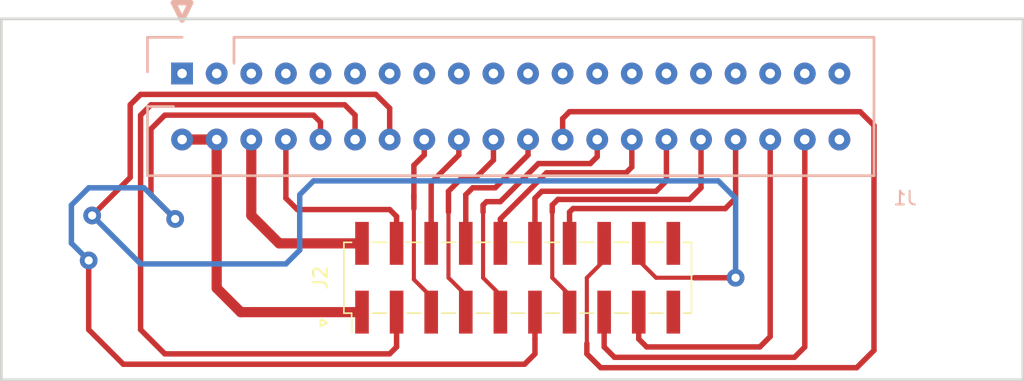
<source format=kicad_pcb>
(kicad_pcb (version 20171130) (host pcbnew 5.1.5-52549c5~84~ubuntu18.04.1)

  (general
    (thickness 1.6)
    (drawings 7)
    (tracks 141)
    (zones 0)
    (modules 2)
    (nets 19)
  )

  (page A4)
  (title_block
    (title "Carte Connecteur")
    (date 2020-03-09)
    (rev 1.0)
    (company "INSA GEI")
  )

  (layers
    (0 F.Cu signal)
    (31 B.Cu signal)
    (32 B.Adhes user)
    (33 F.Adhes user)
    (34 B.Paste user)
    (35 F.Paste user)
    (36 B.SilkS user)
    (37 F.SilkS user)
    (38 B.Mask user)
    (39 F.Mask user)
    (40 Dwgs.User user)
    (41 Cmts.User user)
    (42 Eco1.User user)
    (43 Eco2.User user)
    (44 Edge.Cuts user)
    (45 Margin user)
    (46 B.CrtYd user)
    (47 F.CrtYd user)
    (48 B.Fab user hide)
    (49 F.Fab user hide)
  )

  (setup
    (last_trace_width 0.4)
    (user_trace_width 0.3)
    (user_trace_width 0.4)
    (user_trace_width 0.5)
    (user_trace_width 0.75)
    (trace_clearance 0.2)
    (zone_clearance 0.508)
    (zone_45_only no)
    (trace_min 0.2)
    (via_size 0.8)
    (via_drill 0.4)
    (via_min_size 0.4)
    (via_min_drill 0.3)
    (user_via 1.3 0.6)
    (uvia_size 0.3)
    (uvia_drill 0.1)
    (uvias_allowed no)
    (uvia_min_size 0.2)
    (uvia_min_drill 0.1)
    (edge_width 0.05)
    (segment_width 0.2)
    (pcb_text_width 0.3)
    (pcb_text_size 1.5 1.5)
    (mod_edge_width 0.12)
    (mod_text_size 1 1)
    (mod_text_width 0.15)
    (pad_size 1.524 1.524)
    (pad_drill 0.762)
    (pad_to_mask_clearance 0.051)
    (solder_mask_min_width 0.25)
    (aux_axis_origin 0 0)
    (visible_elements FFFFFF7F)
    (pcbplotparams
      (layerselection 0x010fc_ffffffff)
      (usegerberextensions false)
      (usegerberattributes false)
      (usegerberadvancedattributes false)
      (creategerberjobfile false)
      (excludeedgelayer true)
      (linewidth 0.100000)
      (plotframeref false)
      (viasonmask false)
      (mode 1)
      (useauxorigin false)
      (hpglpennumber 1)
      (hpglpenspeed 20)
      (hpglpendiameter 15.000000)
      (psnegative false)
      (psa4output false)
      (plotreference true)
      (plotvalue true)
      (plotinvisibletext false)
      (padsonsilk false)
      (subtractmaskfromsilk false)
      (outputformat 1)
      (mirror false)
      (drillshape 1)
      (scaleselection 1)
      (outputdirectory ""))
  )

  (net 0 "")
  (net 1 +3V3)
  (net 2 GND)
  (net 3 /DETECTION_CARTE)
  (net 4 /PLATEAU_PWM)
  (net 5 /PLATEAU_DIR)
  (net 6 /SERVO_PWM)
  (net 7 /GIROUETTE_PHA)
  (net 8 /GIROUETTE_PHB)
  (net 9 /GIROUETTE_INDEX)
  (net 10 /CAPTEUR_I2C_SDA)
  (net 11 /CAPTEUR_I2C_SCL)
  (net 12 /XBEE_UART_TX)
  (net 13 /XBEE_UART_RX)
  (net 14 /TENSION_BATTERIE)
  (net 15 /CAPTEUR_SPI_CLK)
  (net 16 /CAPTEUR_SPI_CS)
  (net 17 /CAPTEUR_SPI_MOSI)
  (net 18 /CAPTEUR_SPI_MISO)

  (net_class Default "This is the default net class."
    (clearance 0.2)
    (trace_width 0.25)
    (via_dia 0.8)
    (via_drill 0.4)
    (uvia_dia 0.3)
    (uvia_drill 0.1)
    (add_net +3V3)
    (add_net /CAPTEUR_I2C_SCL)
    (add_net /CAPTEUR_I2C_SDA)
    (add_net /CAPTEUR_SPI_CLK)
    (add_net /CAPTEUR_SPI_CS)
    (add_net /CAPTEUR_SPI_MISO)
    (add_net /CAPTEUR_SPI_MOSI)
    (add_net /DETECTION_CARTE)
    (add_net /GIROUETTE_INDEX)
    (add_net /GIROUETTE_PHA)
    (add_net /GIROUETTE_PHB)
    (add_net /PLATEAU_DIR)
    (add_net /PLATEAU_PWM)
    (add_net /SERVO_PWM)
    (add_net /TENSION_BATTERIE)
    (add_net /XBEE_UART_RX)
    (add_net /XBEE_UART_TX)
    (add_net GND)
    (add_net "Net-(J1-Pad1)")
    (add_net "Net-(J1-Pad11)")
    (add_net "Net-(J1-Pad13)")
    (add_net "Net-(J1-Pad15)")
    (add_net "Net-(J1-Pad17)")
    (add_net "Net-(J1-Pad19)")
    (add_net "Net-(J1-Pad21)")
    (add_net "Net-(J1-Pad23)")
    (add_net "Net-(J1-Pad25)")
    (add_net "Net-(J1-Pad27)")
    (add_net "Net-(J1-Pad29)")
    (add_net "Net-(J1-Pad3)")
    (add_net "Net-(J1-Pad31)")
    (add_net "Net-(J1-Pad33)")
    (add_net "Net-(J1-Pad35)")
    (add_net "Net-(J1-Pad37)")
    (add_net "Net-(J1-Pad39)")
    (add_net "Net-(J1-Pad40)")
    (add_net "Net-(J1-Pad5)")
    (add_net "Net-(J1-Pad7)")
    (add_net "Net-(J1-Pad9)")
    (add_net "Net-(J2-Pad19)")
    (add_net "Net-(J2-Pad20)")
  )

  (module Connector_PinHeader_2.54mm:PinHeader_2x10_P2.54mm_Vertical_SMD locked (layer F.Cu) (tedit 59FED5CC) (tstamp 5E6749E3)
    (at 152.908 127.508 90)
    (descr "surface-mounted straight pin header, 2x10, 2.54mm pitch, double rows")
    (tags "Surface mounted pin header SMD 2x10 2.54mm double row")
    (path /5E66B29F)
    (attr smd)
    (fp_text reference J2 (at 0 -14.478 90) (layer F.SilkS)
      (effects (font (size 1 1) (thickness 0.15)))
    )
    (fp_text value Conn_02x10_Odd_Even (at 0 13.76 90) (layer F.Fab)
      (effects (font (size 1 1) (thickness 0.15)))
    )
    (fp_text user %R (at 0 0) (layer F.Fab)
      (effects (font (size 1 1) (thickness 0.15)))
    )
    (fp_line (start 5.9 -13.2) (end -5.9 -13.2) (layer F.CrtYd) (width 0.05))
    (fp_line (start 5.9 13.2) (end 5.9 -13.2) (layer F.CrtYd) (width 0.05))
    (fp_line (start -5.9 13.2) (end 5.9 13.2) (layer F.CrtYd) (width 0.05))
    (fp_line (start -5.9 -13.2) (end -5.9 13.2) (layer F.CrtYd) (width 0.05))
    (fp_line (start 2.6 9.65) (end 2.6 10.67) (layer F.SilkS) (width 0.12))
    (fp_line (start -2.6 9.65) (end -2.6 10.67) (layer F.SilkS) (width 0.12))
    (fp_line (start 2.6 7.11) (end 2.6 8.13) (layer F.SilkS) (width 0.12))
    (fp_line (start -2.6 7.11) (end -2.6 8.13) (layer F.SilkS) (width 0.12))
    (fp_line (start 2.6 4.57) (end 2.6 5.59) (layer F.SilkS) (width 0.12))
    (fp_line (start -2.6 4.57) (end -2.6 5.59) (layer F.SilkS) (width 0.12))
    (fp_line (start 2.6 2.03) (end 2.6 3.05) (layer F.SilkS) (width 0.12))
    (fp_line (start -2.6 2.03) (end -2.6 3.05) (layer F.SilkS) (width 0.12))
    (fp_line (start 2.6 -0.51) (end 2.6 0.51) (layer F.SilkS) (width 0.12))
    (fp_line (start -2.6 -0.51) (end -2.6 0.51) (layer F.SilkS) (width 0.12))
    (fp_line (start 2.6 -3.05) (end 2.6 -2.03) (layer F.SilkS) (width 0.12))
    (fp_line (start -2.6 -3.05) (end -2.6 -2.03) (layer F.SilkS) (width 0.12))
    (fp_line (start 2.6 -5.59) (end 2.6 -4.57) (layer F.SilkS) (width 0.12))
    (fp_line (start -2.6 -5.59) (end -2.6 -4.57) (layer F.SilkS) (width 0.12))
    (fp_line (start 2.6 -8.13) (end 2.6 -7.11) (layer F.SilkS) (width 0.12))
    (fp_line (start -2.6 -8.13) (end -2.6 -7.11) (layer F.SilkS) (width 0.12))
    (fp_line (start 2.6 -10.67) (end 2.6 -9.65) (layer F.SilkS) (width 0.12))
    (fp_line (start -2.6 -10.67) (end -2.6 -9.65) (layer F.SilkS) (width 0.12))
    (fp_line (start 2.6 12.19) (end 2.6 12.76) (layer F.SilkS) (width 0.12))
    (fp_line (start -2.6 12.19) (end -2.6 12.76) (layer F.SilkS) (width 0.12))
    (fp_line (start 2.6 -12.76) (end 2.6 -12.19) (layer F.SilkS) (width 0.12))
    (fp_line (start -2.6 -12.76) (end -2.6 -12.19) (layer F.SilkS) (width 0.12))
    (fp_line (start -4.04 -12.19) (end -2.6 -12.19) (layer F.SilkS) (width 0.12))
    (fp_line (start -2.6 12.76) (end 2.6 12.76) (layer F.SilkS) (width 0.12))
    (fp_line (start -2.6 -12.76) (end 2.6 -12.76) (layer F.SilkS) (width 0.12))
    (fp_line (start 3.6 11.75) (end 2.54 11.75) (layer F.Fab) (width 0.1))
    (fp_line (start 3.6 11.11) (end 3.6 11.75) (layer F.Fab) (width 0.1))
    (fp_line (start 2.54 11.11) (end 3.6 11.11) (layer F.Fab) (width 0.1))
    (fp_line (start -3.6 11.75) (end -2.54 11.75) (layer F.Fab) (width 0.1))
    (fp_line (start -3.6 11.11) (end -3.6 11.75) (layer F.Fab) (width 0.1))
    (fp_line (start -2.54 11.11) (end -3.6 11.11) (layer F.Fab) (width 0.1))
    (fp_line (start 3.6 9.21) (end 2.54 9.21) (layer F.Fab) (width 0.1))
    (fp_line (start 3.6 8.57) (end 3.6 9.21) (layer F.Fab) (width 0.1))
    (fp_line (start 2.54 8.57) (end 3.6 8.57) (layer F.Fab) (width 0.1))
    (fp_line (start -3.6 9.21) (end -2.54 9.21) (layer F.Fab) (width 0.1))
    (fp_line (start -3.6 8.57) (end -3.6 9.21) (layer F.Fab) (width 0.1))
    (fp_line (start -2.54 8.57) (end -3.6 8.57) (layer F.Fab) (width 0.1))
    (fp_line (start 3.6 6.67) (end 2.54 6.67) (layer F.Fab) (width 0.1))
    (fp_line (start 3.6 6.03) (end 3.6 6.67) (layer F.Fab) (width 0.1))
    (fp_line (start 2.54 6.03) (end 3.6 6.03) (layer F.Fab) (width 0.1))
    (fp_line (start -3.6 6.67) (end -2.54 6.67) (layer F.Fab) (width 0.1))
    (fp_line (start -3.6 6.03) (end -3.6 6.67) (layer F.Fab) (width 0.1))
    (fp_line (start -2.54 6.03) (end -3.6 6.03) (layer F.Fab) (width 0.1))
    (fp_line (start 3.6 4.13) (end 2.54 4.13) (layer F.Fab) (width 0.1))
    (fp_line (start 3.6 3.49) (end 3.6 4.13) (layer F.Fab) (width 0.1))
    (fp_line (start 2.54 3.49) (end 3.6 3.49) (layer F.Fab) (width 0.1))
    (fp_line (start -3.6 4.13) (end -2.54 4.13) (layer F.Fab) (width 0.1))
    (fp_line (start -3.6 3.49) (end -3.6 4.13) (layer F.Fab) (width 0.1))
    (fp_line (start -2.54 3.49) (end -3.6 3.49) (layer F.Fab) (width 0.1))
    (fp_line (start 3.6 1.59) (end 2.54 1.59) (layer F.Fab) (width 0.1))
    (fp_line (start 3.6 0.95) (end 3.6 1.59) (layer F.Fab) (width 0.1))
    (fp_line (start 2.54 0.95) (end 3.6 0.95) (layer F.Fab) (width 0.1))
    (fp_line (start -3.6 1.59) (end -2.54 1.59) (layer F.Fab) (width 0.1))
    (fp_line (start -3.6 0.95) (end -3.6 1.59) (layer F.Fab) (width 0.1))
    (fp_line (start -2.54 0.95) (end -3.6 0.95) (layer F.Fab) (width 0.1))
    (fp_line (start 3.6 -0.95) (end 2.54 -0.95) (layer F.Fab) (width 0.1))
    (fp_line (start 3.6 -1.59) (end 3.6 -0.95) (layer F.Fab) (width 0.1))
    (fp_line (start 2.54 -1.59) (end 3.6 -1.59) (layer F.Fab) (width 0.1))
    (fp_line (start -3.6 -0.95) (end -2.54 -0.95) (layer F.Fab) (width 0.1))
    (fp_line (start -3.6 -1.59) (end -3.6 -0.95) (layer F.Fab) (width 0.1))
    (fp_line (start -2.54 -1.59) (end -3.6 -1.59) (layer F.Fab) (width 0.1))
    (fp_line (start 3.6 -3.49) (end 2.54 -3.49) (layer F.Fab) (width 0.1))
    (fp_line (start 3.6 -4.13) (end 3.6 -3.49) (layer F.Fab) (width 0.1))
    (fp_line (start 2.54 -4.13) (end 3.6 -4.13) (layer F.Fab) (width 0.1))
    (fp_line (start -3.6 -3.49) (end -2.54 -3.49) (layer F.Fab) (width 0.1))
    (fp_line (start -3.6 -4.13) (end -3.6 -3.49) (layer F.Fab) (width 0.1))
    (fp_line (start -2.54 -4.13) (end -3.6 -4.13) (layer F.Fab) (width 0.1))
    (fp_line (start 3.6 -6.03) (end 2.54 -6.03) (layer F.Fab) (width 0.1))
    (fp_line (start 3.6 -6.67) (end 3.6 -6.03) (layer F.Fab) (width 0.1))
    (fp_line (start 2.54 -6.67) (end 3.6 -6.67) (layer F.Fab) (width 0.1))
    (fp_line (start -3.6 -6.03) (end -2.54 -6.03) (layer F.Fab) (width 0.1))
    (fp_line (start -3.6 -6.67) (end -3.6 -6.03) (layer F.Fab) (width 0.1))
    (fp_line (start -2.54 -6.67) (end -3.6 -6.67) (layer F.Fab) (width 0.1))
    (fp_line (start 3.6 -8.57) (end 2.54 -8.57) (layer F.Fab) (width 0.1))
    (fp_line (start 3.6 -9.21) (end 3.6 -8.57) (layer F.Fab) (width 0.1))
    (fp_line (start 2.54 -9.21) (end 3.6 -9.21) (layer F.Fab) (width 0.1))
    (fp_line (start -3.6 -8.57) (end -2.54 -8.57) (layer F.Fab) (width 0.1))
    (fp_line (start -3.6 -9.21) (end -3.6 -8.57) (layer F.Fab) (width 0.1))
    (fp_line (start -2.54 -9.21) (end -3.6 -9.21) (layer F.Fab) (width 0.1))
    (fp_line (start 3.6 -11.11) (end 2.54 -11.11) (layer F.Fab) (width 0.1))
    (fp_line (start 3.6 -11.75) (end 3.6 -11.11) (layer F.Fab) (width 0.1))
    (fp_line (start 2.54 -11.75) (end 3.6 -11.75) (layer F.Fab) (width 0.1))
    (fp_line (start -3.6 -11.11) (end -2.54 -11.11) (layer F.Fab) (width 0.1))
    (fp_line (start -3.6 -11.75) (end -3.6 -11.11) (layer F.Fab) (width 0.1))
    (fp_line (start -2.54 -11.75) (end -3.6 -11.75) (layer F.Fab) (width 0.1))
    (fp_line (start 2.54 -12.7) (end 2.54 12.7) (layer F.Fab) (width 0.1))
    (fp_line (start -2.54 -11.75) (end -1.59 -12.7) (layer F.Fab) (width 0.1))
    (fp_line (start -2.54 12.7) (end -2.54 -11.75) (layer F.Fab) (width 0.1))
    (fp_line (start -1.59 -12.7) (end 2.54 -12.7) (layer F.Fab) (width 0.1))
    (fp_line (start 2.54 12.7) (end -2.54 12.7) (layer F.Fab) (width 0.1))
    (pad 20 smd rect (at 2.525 11.43 90) (size 3.15 1) (layers F.Cu F.Paste F.Mask))
    (pad 19 smd rect (at -2.525 11.43 90) (size 3.15 1) (layers F.Cu F.Paste F.Mask))
    (pad 18 smd rect (at 2.525 8.89 90) (size 3.15 1) (layers F.Cu F.Paste F.Mask)
      (net 16 /CAPTEUR_SPI_CS))
    (pad 17 smd rect (at -2.525 8.89 90) (size 3.15 1) (layers F.Cu F.Paste F.Mask)
      (net 3 /DETECTION_CARTE))
    (pad 16 smd rect (at 2.525 6.35 90) (size 3.15 1) (layers F.Cu F.Paste F.Mask)
      (net 13 /XBEE_UART_RX))
    (pad 15 smd rect (at -2.525 6.35 90) (size 3.15 1) (layers F.Cu F.Paste F.Mask)
      (net 14 /TENSION_BATTERIE))
    (pad 14 smd rect (at 2.525 3.81 90) (size 3.15 1) (layers F.Cu F.Paste F.Mask)
      (net 9 /GIROUETTE_INDEX))
    (pad 13 smd rect (at -2.525 3.81 90) (size 3.15 1) (layers F.Cu F.Paste F.Mask)
      (net 7 /GIROUETTE_PHA))
    (pad 12 smd rect (at 2.525 1.27 90) (size 3.15 1) (layers F.Cu F.Paste F.Mask)
      (net 8 /GIROUETTE_PHB))
    (pad 11 smd rect (at -2.525 1.27 90) (size 3.15 1) (layers F.Cu F.Paste F.Mask)
      (net 18 /CAPTEUR_SPI_MISO))
    (pad 10 smd rect (at 2.525 -1.27 90) (size 3.15 1) (layers F.Cu F.Paste F.Mask)
      (net 10 /CAPTEUR_I2C_SDA))
    (pad 9 smd rect (at -2.525 -1.27 90) (size 3.15 1) (layers F.Cu F.Paste F.Mask)
      (net 11 /CAPTEUR_I2C_SCL))
    (pad 8 smd rect (at 2.525 -3.81 90) (size 3.15 1) (layers F.Cu F.Paste F.Mask)
      (net 12 /XBEE_UART_TX))
    (pad 7 smd rect (at -2.525 -3.81 90) (size 3.15 1) (layers F.Cu F.Paste F.Mask)
      (net 4 /PLATEAU_PWM))
    (pad 6 smd rect (at 2.525 -6.35 90) (size 3.15 1) (layers F.Cu F.Paste F.Mask)
      (net 6 /SERVO_PWM))
    (pad 5 smd rect (at -2.525 -6.35 90) (size 3.15 1) (layers F.Cu F.Paste F.Mask)
      (net 5 /PLATEAU_DIR))
    (pad 4 smd rect (at 2.525 -8.89 90) (size 3.15 1) (layers F.Cu F.Paste F.Mask)
      (net 17 /CAPTEUR_SPI_MOSI))
    (pad 3 smd rect (at -2.525 -8.89 90) (size 3.15 1) (layers F.Cu F.Paste F.Mask)
      (net 15 /CAPTEUR_SPI_CLK))
    (pad 2 smd rect (at 2.525 -11.43 90) (size 3.15 1) (layers F.Cu F.Paste F.Mask)
      (net 1 +3V3))
    (pad 1 smd rect (at -2.525 -11.43 90) (size 3.15 1) (layers F.Cu F.Paste F.Mask)
      (net 2 GND))
    (model ${KISYS3DMOD}/Connector_PinHeader_2.54mm.3dshapes/PinHeader_2x10_P2.54mm_Vertical_SMD.wrl
      (at (xyz 0 0 0))
      (scale (xyz 1 1 1))
      (rotate (xyz 0 0 0))
    )
  )

  (module Insa:5-5530843-4 locked (layer B.Cu) (tedit 5E66456F) (tstamp 5E66AFDD)
    (at 146.05 114.935)
    (descr "TE 5-5530843-4 Connector")
    (path /5E67A710)
    (fp_text reference J1 (at 35.306 6.731) (layer B.SilkS)
      (effects (font (size 1 1) (thickness 0.15)) (justify mirror))
    )
    (fp_text value Conn_02x20_Odd_Even (at 0 -8.45) (layer B.Fab)
      (effects (font (size 1 1) (thickness 0.15)) (justify mirror))
    )
    (fp_line (start -22.35 4.675) (end 35.04 4.675) (layer B.CrtYd) (width 0.12))
    (fp_line (start 35.04 4.675) (end 35.04 -4.675) (layer B.CrtYd) (width 0.12))
    (fp_line (start 35.04 -4.675) (end -22.35 -4.675) (layer B.CrtYd) (width 0.12))
    (fp_line (start -22.35 -4.675) (end -22.35 4.675) (layer B.CrtYd) (width 0.12))
    (fp_line (start 35.04 3.81) (end 42.355 3.81) (layer B.CrtYd) (width 0.12))
    (fp_line (start 42.355 3.81) (end 42.355 -3.81) (layer B.CrtYd) (width 0.12))
    (fp_line (start 35.04 -3.81) (end 42.355 -3.81) (layer B.CrtYd) (width 0.12))
    (fp_line (start -22.35 3.81) (end -29.655 3.81) (layer B.CrtYd) (width 0.12))
    (fp_line (start -29.655 3.81) (end -29.655 -3.81) (layer B.CrtYd) (width 0.12))
    (fp_line (start -29.655 -3.81) (end -22.35 -3.81) (layer B.CrtYd) (width 0.12))
    (fp_line (start -20.32 2.54) (end -20.32 5.08) (layer B.SilkS) (width 0.2))
    (fp_line (start -20.32 5.08) (end 33.02 5.08) (layer B.SilkS) (width 0.2))
    (fp_line (start 33.02 5.08) (end 33.02 -5.08) (layer B.SilkS) (width 0.2))
    (fp_line (start 33.02 -5.08) (end -12.7 -5.08) (layer B.SilkS) (width 0.2))
    (fp_line (start -17.78 -5.08) (end -20.32 -5.08) (layer B.SilkS) (width 0.2))
    (fp_line (start -20.32 -5.08) (end -20.32 -2.54) (layer B.SilkS) (width 0.2))
    (fp_line (start -13.97 -5.08) (end -13.97 -3.81) (layer B.SilkS) (width 0.2))
    (fp_line (start -20.32 2.54) (end -20.32 0.635) (layer B.SilkS) (width 0.2))
    (fp_line (start -20.32 0) (end -18.415 0) (layer B.SilkS) (width 0.2))
    (fp_line (start -13.97 -3.81) (end -13.97 -3.175) (layer B.SilkS) (width 0.2))
    (fp_line (start -13.97 -5.08) (end -12.7 -5.08) (layer B.SilkS) (width 0.2))
    (fp_line (start -17.78 -6.35) (end -18.415 -7.62) (layer B.SilkS) (width 0.4))
    (fp_line (start -18.415 -7.62) (end -17.145 -7.62) (layer B.SilkS) (width 0.4))
    (fp_line (start -17.145 -7.62) (end -17.78 -6.35) (layer B.SilkS) (width 0.4))
    (fp_line (start -20.32 0.635) (end -20.32 0) (layer B.SilkS) (width 0.2))
    (pad 1 thru_hole rect (at -17.78 -2.425) (size 1.6 1.6) (drill 0.7) (layers *.Cu *.Mask))
    (pad 2 thru_hole circle (at -17.78 2.425) (size 1.6 1.6) (drill 0.7) (layers *.Cu *.Mask)
      (net 2 GND))
    (pad 3 thru_hole circle (at -15.24 -2.425) (size 1.6 1.6) (drill 0.7) (layers *.Cu *.Mask))
    (pad 4 thru_hole circle (at -15.24 2.425) (size 1.6 1.6) (drill 0.7) (layers *.Cu *.Mask)
      (net 2 GND))
    (pad 5 thru_hole circle (at -12.7 -2.425) (size 1.6 1.6) (drill 0.7) (layers *.Cu *.Mask))
    (pad 6 thru_hole circle (at -12.7 2.425) (size 1.6 1.6) (drill 0.7) (layers *.Cu *.Mask)
      (net 1 +3V3))
    (pad 7 thru_hole circle (at -10.16 -2.425) (size 1.6 1.6) (drill 0.7) (layers *.Cu *.Mask))
    (pad 8 thru_hole circle (at -10.16 2.425) (size 1.6 1.6) (drill 0.7) (layers *.Cu *.Mask)
      (net 17 /CAPTEUR_SPI_MOSI))
    (pad 9 thru_hole circle (at -7.62 -2.425) (size 1.6 1.6) (drill 0.7) (layers *.Cu *.Mask))
    (pad 10 thru_hole circle (at -7.62 2.425) (size 1.6 1.6) (drill 0.7) (layers *.Cu *.Mask)
      (net 18 /CAPTEUR_SPI_MISO))
    (pad 11 thru_hole circle (at -5.08 -2.425) (size 1.6 1.6) (drill 0.7) (layers *.Cu *.Mask))
    (pad 12 thru_hole circle (at -5.08 2.425) (size 1.6 1.6) (drill 0.7) (layers *.Cu *.Mask)
      (net 15 /CAPTEUR_SPI_CLK))
    (pad 13 thru_hole circle (at -2.54 -2.425) (size 1.6 1.6) (drill 0.7) (layers *.Cu *.Mask))
    (pad 14 thru_hole circle (at -2.54 2.425) (size 1.6 1.6) (drill 0.7) (layers *.Cu *.Mask)
      (net 16 /CAPTEUR_SPI_CS))
    (pad 15 thru_hole circle (at 0 -2.425) (size 1.6 1.6) (drill 0.7) (layers *.Cu *.Mask))
    (pad 16 thru_hole circle (at 0 2.425) (size 1.6 1.6) (drill 0.7) (layers *.Cu *.Mask)
      (net 5 /PLATEAU_DIR))
    (pad 17 thru_hole circle (at 2.54 -2.425) (size 1.6 1.6) (drill 0.7) (layers *.Cu *.Mask))
    (pad 18 thru_hole circle (at 2.54 2.425) (size 1.6 1.6) (drill 0.7) (layers *.Cu *.Mask)
      (net 6 /SERVO_PWM))
    (pad 19 thru_hole circle (at 5.08 -2.425) (size 1.6 1.6) (drill 0.7) (layers *.Cu *.Mask))
    (pad 20 thru_hole circle (at 5.08 2.425) (size 1.6 1.6) (drill 0.7) (layers *.Cu *.Mask)
      (net 4 /PLATEAU_PWM))
    (pad 21 thru_hole circle (at 7.62 -2.425) (size 1.6 1.6) (drill 0.7) (layers *.Cu *.Mask))
    (pad 22 thru_hole circle (at 7.62 2.425) (size 1.6 1.6) (drill 0.7) (layers *.Cu *.Mask)
      (net 12 /XBEE_UART_TX))
    (pad 23 thru_hole circle (at 10.16 -2.425) (size 1.6 1.6) (drill 0.7) (layers *.Cu *.Mask))
    (pad 24 thru_hole circle (at 10.16 2.425) (size 1.6 1.6) (drill 0.7) (layers *.Cu *.Mask)
      (net 13 /XBEE_UART_RX))
    (pad 25 thru_hole circle (at 12.7 -2.425) (size 1.6 1.6) (drill 0.7) (layers *.Cu *.Mask))
    (pad 26 thru_hole circle (at 12.7 2.425) (size 1.6 1.6) (drill 0.7) (layers *.Cu *.Mask)
      (net 11 /CAPTEUR_I2C_SCL))
    (pad 27 thru_hole circle (at 15.24 -2.425) (size 1.6 1.6) (drill 0.7) (layers *.Cu *.Mask))
    (pad 28 thru_hole circle (at 15.24 2.425) (size 1.6 1.6) (drill 0.7) (layers *.Cu *.Mask)
      (net 10 /CAPTEUR_I2C_SDA))
    (pad 29 thru_hole circle (at 17.78 -2.425) (size 1.6 1.6) (drill 0.7) (layers *.Cu *.Mask))
    (pad 30 thru_hole circle (at 17.78 2.425) (size 1.6 1.6) (drill 0.7) (layers *.Cu *.Mask)
      (net 8 /GIROUETTE_PHB))
    (pad "" np_thru_hole circle (at 39.05 0) (size 3.25 3.25) (drill 3.25) (layers *.Cu *.Mask))
    (pad "" np_thru_hole circle (at -26.35 0) (size 3.25 3.25) (drill 3.25) (layers *.Cu *.Mask))
    (pad 40 thru_hole circle (at 30.48 2.425) (size 1.6 1.6) (drill 0.7) (layers *.Cu *.Mask))
    (pad 39 thru_hole circle (at 30.48 -2.425) (size 1.6 1.6) (drill 0.7) (layers *.Cu *.Mask))
    (pad 36 thru_hole circle (at 25.4 2.425) (size 1.6 1.6) (drill 0.7) (layers *.Cu *.Mask)
      (net 3 /DETECTION_CARTE))
    (pad 35 thru_hole circle (at 25.4 -2.425) (size 1.6 1.6) (drill 0.7) (layers *.Cu *.Mask))
    (pad 38 thru_hole circle (at 27.94 2.425) (size 1.6 1.6) (drill 0.7) (layers *.Cu *.Mask)
      (net 14 /TENSION_BATTERIE))
    (pad 37 thru_hole circle (at 27.94 -2.425) (size 1.6 1.6) (drill 0.7) (layers *.Cu *.Mask))
    (pad 32 thru_hole circle (at 20.32 2.425) (size 1.6 1.6) (drill 0.7) (layers *.Cu *.Mask)
      (net 7 /GIROUETTE_PHA))
    (pad 31 thru_hole circle (at 20.32 -2.425) (size 1.6 1.6) (drill 0.7) (layers *.Cu *.Mask))
    (pad 34 thru_hole circle (at 22.86 2.425) (size 1.6 1.6) (drill 0.7) (layers *.Cu *.Mask)
      (net 9 /GIROUETTE_INDEX))
    (pad 33 thru_hole circle (at 22.86 -2.425) (size 1.6 1.6) (drill 0.7) (layers *.Cu *.Mask))
  )

  (gr_line (start 138.43 131.064) (end 138.938 130.81) (layer F.SilkS) (width 0.12) (tstamp 5E676638))
  (gr_line (start 138.43 130.556) (end 138.43 131.064) (layer F.SilkS) (width 0.12))
  (gr_line (start 138.938 130.81) (end 138.43 130.556) (layer F.SilkS) (width 0.12))
  (gr_line (start 115 135) (end 115 108.5) (layer Edge.Cuts) (width 0.2) (tstamp 5E66BAB6))
  (gr_line (start 190 135) (end 115 135) (layer Edge.Cuts) (width 0.2))
  (gr_line (start 190 108.5) (end 190 135) (layer Edge.Cuts) (width 0.2))
  (gr_line (start 115 108.5) (end 190 108.5) (layer Edge.Cuts) (width 0.2))

  (segment (start 133.35 122.936) (end 133.35 117.36) (width 0.75) (layer F.Cu) (net 1))
  (segment (start 141.478 124.983) (end 135.397 124.983) (width 0.75) (layer F.Cu) (net 1))
  (segment (start 135.397 124.983) (end 133.35 122.936) (width 0.75) (layer F.Cu) (net 1))
  (segment (start 130.81 117.36) (end 128.27 117.36) (width 0.75) (layer F.Cu) (net 2))
  (segment (start 141.478 130.033) (end 132.573 130.033) (width 0.75) (layer F.Cu) (net 2))
  (segment (start 130.81 128.27) (end 130.81 117.36) (width 0.75) (layer F.Cu) (net 2))
  (segment (start 132.573 130.033) (end 130.81 128.27) (width 0.75) (layer F.Cu) (net 2))
  (segment (start 171.45 131.826) (end 171.45 117.36) (width 0.4) (layer F.Cu) (net 3))
  (segment (start 170.688 132.588) (end 171.45 131.826) (width 0.4) (layer F.Cu) (net 3))
  (segment (start 161.798 130.033) (end 161.798 132.008) (width 0.4) (layer F.Cu) (net 3))
  (segment (start 162.378 132.588) (end 170.688 132.588) (width 0.4) (layer F.Cu) (net 3))
  (segment (start 161.798 132.008) (end 162.378 132.588) (width 0.4) (layer F.Cu) (net 3))
  (segment (start 149.098 130.033) (end 149.098 128.778) (width 0.3) (layer F.Cu) (net 4))
  (segment (start 147.828 127.508) (end 147.828 122.682) (width 0.3) (layer F.Cu) (net 4))
  (segment (start 149.098 128.778) (end 147.828 127.508) (width 0.3) (layer F.Cu) (net 4))
  (segment (start 147.828 121.158) (end 147.828 122.682) (width 0.4) (layer F.Cu) (net 4))
  (segment (start 148.844 120.142) (end 147.828 121.158) (width 0.4) (layer F.Cu) (net 4))
  (segment (start 149.86 120.142) (end 148.844 120.142) (width 0.4) (layer F.Cu) (net 4))
  (segment (start 151.13 117.36) (end 151.13 118.872) (width 0.4) (layer F.Cu) (net 4))
  (segment (start 151.13 118.872) (end 149.86 120.142) (width 0.4) (layer F.Cu) (net 4))
  (segment (start 145.288 127.635) (end 145.288 122.428) (width 0.3) (layer F.Cu) (net 5))
  (segment (start 146.558 130.033) (end 146.558 128.905) (width 0.3) (layer F.Cu) (net 5))
  (segment (start 146.558 128.905) (end 145.288 127.635) (width 0.3) (layer F.Cu) (net 5))
  (segment (start 146.05 118.49137) (end 145.288 119.25337) (width 0.4) (layer F.Cu) (net 5))
  (segment (start 146.05 117.36) (end 146.05 118.49137) (width 0.4) (layer F.Cu) (net 5))
  (segment (start 145.288 119.25337) (end 145.288 121.666) (width 0.4) (layer F.Cu) (net 5))
  (segment (start 145.288 122.428) (end 145.288 121.666) (width 0.4) (layer F.Cu) (net 5))
  (segment (start 145.288 121.666) (end 145.288 121.412) (width 0.4) (layer F.Cu) (net 5))
  (segment (start 146.558 120.52337) (end 146.558 120.65) (width 0.4) (layer F.Cu) (net 6))
  (segment (start 148.59 118.49137) (end 146.558 120.52337) (width 0.4) (layer F.Cu) (net 6))
  (segment (start 148.59 117.36) (end 148.59 118.49137) (width 0.4) (layer F.Cu) (net 6))
  (segment (start 146.558 124.983) (end 146.558 120.65) (width 0.4) (layer F.Cu) (net 6))
  (segment (start 166.37 120.904) (end 166.37 117.36) (width 0.4) (layer F.Cu) (net 7))
  (segment (start 165.51599 121.75801) (end 166.37 120.904) (width 0.4) (layer F.Cu) (net 7))
  (segment (start 155.86399 121.75801) (end 165.51599 121.75801) (width 0.4) (layer F.Cu) (net 7))
  (segment (start 155.448 122.682) (end 155.448 122.174) (width 0.4) (layer F.Cu) (net 7))
  (segment (start 155.448 122.174) (end 155.86399 121.75801) (width 0.4) (layer F.Cu) (net 7))
  (segment (start 155.448 127.508) (end 155.448 122.682) (width 0.3) (layer F.Cu) (net 7))
  (segment (start 156.718 130.033) (end 156.718 128.778) (width 0.3) (layer F.Cu) (net 7))
  (segment (start 156.718 128.778) (end 155.448 127.508) (width 0.3) (layer F.Cu) (net 7))
  (segment (start 163.068 121.158) (end 163.83 120.396) (width 0.4) (layer F.Cu) (net 8))
  (segment (start 154.178 124.983) (end 154.178 121.666) (width 0.4) (layer F.Cu) (net 8))
  (segment (start 154.686 121.158) (end 163.068 121.158) (width 0.4) (layer F.Cu) (net 8))
  (segment (start 154.178 121.666) (end 154.686 121.158) (width 0.4) (layer F.Cu) (net 8))
  (segment (start 163.83 120.396) (end 163.83 117.36) (width 0.4) (layer F.Cu) (net 8))
  (segment (start 168.148 122.428) (end 168.91 121.666) (width 0.4) (layer F.Cu) (net 9))
  (segment (start 156.972 122.428) (end 168.148 122.428) (width 0.4) (layer F.Cu) (net 9))
  (segment (start 156.718 124.983) (end 156.718 122.682) (width 0.4) (layer F.Cu) (net 9))
  (segment (start 168.91 121.666) (end 168.91 117.36) (width 0.4) (layer F.Cu) (net 9))
  (segment (start 156.718 122.682) (end 156.972 122.428) (width 0.4) (layer F.Cu) (net 9))
  (segment (start 161.29 119.38) (end 161.29 117.36) (width 0.4) (layer F.Cu) (net 10))
  (segment (start 155.032011 119.795989) (end 160.874011 119.795989) (width 0.4) (layer F.Cu) (net 10))
  (segment (start 151.638 124.983) (end 151.638 123.19) (width 0.4) (layer F.Cu) (net 10))
  (segment (start 160.874011 119.795989) (end 161.29 119.38) (width 0.4) (layer F.Cu) (net 10))
  (segment (start 151.638 123.19) (end 155.032011 119.795989) (width 0.4) (layer F.Cu) (net 10))
  (segment (start 151.638 130.033) (end 151.638 128.778) (width 0.3) (layer F.Cu) (net 11))
  (segment (start 151.638 128.778) (end 150.622 127.762) (width 0.3) (layer F.Cu) (net 11))
  (segment (start 150.622 127.762) (end 150.368 127.508) (width 0.3) (layer F.Cu) (net 11))
  (segment (start 150.368 127.508) (end 150.368 122.682) (width 0.3) (layer F.Cu) (net 11))
  (segment (start 150.368 122.174) (end 150.368 122.682) (width 0.4) (layer F.Cu) (net 11))
  (segment (start 158.75 117.36) (end 158.75 118.618) (width 0.4) (layer F.Cu) (net 11))
  (segment (start 158.75 118.618) (end 158.242 119.126) (width 0.4) (layer F.Cu) (net 11))
  (segment (start 151.638 121.92) (end 150.622 121.92) (width 0.4) (layer F.Cu) (net 11))
  (segment (start 158.242 119.126) (end 154.432 119.126) (width 0.4) (layer F.Cu) (net 11))
  (segment (start 154.432 119.126) (end 151.638 121.92) (width 0.4) (layer F.Cu) (net 11))
  (segment (start 150.622 121.92) (end 150.368 122.174) (width 0.4) (layer F.Cu) (net 11))
  (segment (start 149.098 121.412) (end 149.098 124.983) (width 0.4) (layer F.Cu) (net 12))
  (segment (start 149.606 120.904) (end 149.098 121.412) (width 0.4) (layer F.Cu) (net 12))
  (segment (start 153.67 117.36) (end 153.67 118.49137) (width 0.4) (layer F.Cu) (net 12))
  (segment (start 151.25737 120.904) (end 149.606 120.904) (width 0.4) (layer F.Cu) (net 12))
  (segment (start 153.67 118.49137) (end 151.25737 120.904) (width 0.4) (layer F.Cu) (net 12))
  (segment (start 157.988 127.508) (end 157.988 132.334) (width 0.3) (layer F.Cu) (net 13))
  (segment (start 159.258 124.983) (end 159.258 126.238) (width 0.3) (layer F.Cu) (net 13))
  (segment (start 159.258 126.238) (end 157.988 127.508) (width 0.3) (layer F.Cu) (net 13))
  (segment (start 157.988 133.096) (end 159.004 134.112) (width 0.4) (layer F.Cu) (net 13))
  (segment (start 157.988 132.334) (end 157.988 133.096) (width 0.4) (layer F.Cu) (net 13))
  (segment (start 159.004 134.112) (end 177.8 134.112) (width 0.4) (layer F.Cu) (net 13))
  (segment (start 177.8 134.112) (end 179.07 132.842) (width 0.4) (layer F.Cu) (net 13))
  (segment (start 179.07 116.332) (end 178.054 115.316) (width 0.4) (layer F.Cu) (net 13))
  (segment (start 179.07 132.842) (end 179.07 116.332) (width 0.4) (layer F.Cu) (net 13))
  (segment (start 156.21 117.36) (end 156.21 115.824) (width 0.4) (layer F.Cu) (net 13))
  (segment (start 156.21 115.824) (end 156.718 115.316) (width 0.4) (layer F.Cu) (net 13))
  (segment (start 178.054 115.316) (end 156.718 115.316) (width 0.4) (layer F.Cu) (net 13))
  (segment (start 173.99 132.588) (end 173.99 117.36) (width 0.4) (layer F.Cu) (net 14))
  (segment (start 173.228 133.35) (end 173.99 132.588) (width 0.4) (layer F.Cu) (net 14))
  (segment (start 160.02 133.35) (end 173.228 133.35) (width 0.4) (layer F.Cu) (net 14))
  (segment (start 159.258 130.033) (end 159.258 132.588) (width 0.4) (layer F.Cu) (net 14))
  (segment (start 159.258 132.588) (end 160.02 133.35) (width 0.4) (layer F.Cu) (net 14))
  (segment (start 140.208 114.808) (end 140.97 115.57) (width 0.4) (layer F.Cu) (net 15))
  (segment (start 125.984 114.808) (end 140.208 114.808) (width 0.4) (layer F.Cu) (net 15))
  (segment (start 144.018 132.588) (end 143.51 133.096) (width 0.4) (layer F.Cu) (net 15))
  (segment (start 143.51 133.096) (end 127 133.096) (width 0.4) (layer F.Cu) (net 15))
  (segment (start 144.018 130.033) (end 144.018 132.588) (width 0.4) (layer F.Cu) (net 15))
  (segment (start 140.97 115.57) (end 140.97 117.36) (width 0.4) (layer F.Cu) (net 15))
  (segment (start 127 133.096) (end 125.222 131.318) (width 0.4) (layer F.Cu) (net 15))
  (segment (start 125.222 131.318) (end 125.222 115.57) (width 0.4) (layer F.Cu) (net 15))
  (segment (start 125.222 115.57) (end 125.984 114.808) (width 0.4) (layer F.Cu) (net 15))
  (segment (start 165.862 127.508) (end 168.91 127.508) (width 0.4) (layer F.Cu) (net 16))
  (via (at 168.91 127.508) (size 1.3) (drill 0.6) (layers F.Cu B.Cu) (net 16))
  (via (at 121.666 122.936) (size 1.3) (drill 0.6) (layers F.Cu B.Cu) (net 16))
  (segment (start 163.068 127.508) (end 165.862 127.508) (width 0.3) (layer F.Cu) (net 16))
  (segment (start 161.798 124.983) (end 161.798 126.238) (width 0.3) (layer F.Cu) (net 16))
  (segment (start 161.798 126.238) (end 163.068 127.508) (width 0.3) (layer F.Cu) (net 16))
  (segment (start 167.64 120.396) (end 137.922 120.396) (width 0.4) (layer B.Cu) (net 16))
  (segment (start 168.91 121.666) (end 167.64 120.396) (width 0.4) (layer B.Cu) (net 16))
  (segment (start 168.91 127.508) (end 168.91 121.666) (width 0.4) (layer B.Cu) (net 16))
  (segment (start 137.922 120.396) (end 136.906 121.412) (width 0.4) (layer B.Cu) (net 16))
  (segment (start 135.89 126.492) (end 125.222 126.492) (width 0.4) (layer B.Cu) (net 16))
  (segment (start 136.906 121.412) (end 136.906 125.476) (width 0.4) (layer B.Cu) (net 16))
  (segment (start 125.222 126.492) (end 121.666 122.936) (width 0.4) (layer B.Cu) (net 16))
  (segment (start 136.906 125.476) (end 135.89 126.492) (width 0.4) (layer B.Cu) (net 16))
  (segment (start 142.494 114.046) (end 143.51 115.062) (width 0.4) (layer F.Cu) (net 16))
  (segment (start 125.222 114.046) (end 142.494 114.046) (width 0.4) (layer F.Cu) (net 16))
  (segment (start 143.51 115.062) (end 143.51 117.36) (width 0.4) (layer F.Cu) (net 16))
  (segment (start 121.666 122.936) (end 124.46 120.142) (width 0.4) (layer F.Cu) (net 16))
  (segment (start 124.46 114.808) (end 125.222 114.046) (width 0.4) (layer F.Cu) (net 16))
  (segment (start 124.46 120.142) (end 124.46 114.808) (width 0.4) (layer F.Cu) (net 16))
  (segment (start 144.018 123.008) (end 143.51 122.5) (width 0.4) (layer F.Cu) (net 17))
  (segment (start 144.018 124.983) (end 144.018 123.008) (width 0.4) (layer F.Cu) (net 17))
  (segment (start 143.51 122.5) (end 136.724 122.5) (width 0.4) (layer F.Cu) (net 17))
  (segment (start 135.89 121.666) (end 135.89 117.36) (width 0.4) (layer F.Cu) (net 17))
  (segment (start 136.724 122.5) (end 135.89 121.666) (width 0.4) (layer F.Cu) (net 17))
  (segment (start 154.178 130.033) (end 154.178 132.008) (width 0.4) (layer F.Cu) (net 18))
  (segment (start 154.178 132.008) (end 154.178 133.096) (width 0.4) (layer F.Cu) (net 18))
  (segment (start 154.178 133.096) (end 153.416 133.858) (width 0.4) (layer F.Cu) (net 18))
  (segment (start 153.416 133.858) (end 123.952 133.858) (width 0.4) (layer F.Cu) (net 18))
  (via (at 121.412 126.238) (size 1.3) (drill 0.6) (layers F.Cu B.Cu) (net 18))
  (segment (start 123.952 133.858) (end 121.412 131.318) (width 0.4) (layer F.Cu) (net 18))
  (segment (start 121.412 131.318) (end 121.412 126.238) (width 0.4) (layer F.Cu) (net 18))
  (via (at 127.762 123.19) (size 1.3) (drill 0.6) (layers F.Cu B.Cu) (net 18))
  (segment (start 121.412 120.904) (end 125.476 120.904) (width 0.4) (layer B.Cu) (net 18))
  (segment (start 120.142 122.174) (end 121.412 120.904) (width 0.4) (layer B.Cu) (net 18))
  (segment (start 125.476 120.904) (end 127.762 123.19) (width 0.4) (layer B.Cu) (net 18))
  (segment (start 121.412 126.238) (end 120.142 124.968) (width 0.4) (layer B.Cu) (net 18))
  (segment (start 120.142 124.968) (end 120.142 122.174) (width 0.4) (layer B.Cu) (net 18))
  (segment (start 137.922 115.57) (end 138.43 116.078) (width 0.4) (layer F.Cu) (net 18))
  (segment (start 127 115.57) (end 137.922 115.57) (width 0.4) (layer F.Cu) (net 18))
  (segment (start 138.43 116.078) (end 138.43 117.36) (width 0.4) (layer F.Cu) (net 18))
  (segment (start 125.984 116.586) (end 127 115.57) (width 0.4) (layer F.Cu) (net 18))
  (segment (start 127.762 123.19) (end 125.984 121.412) (width 0.4) (layer F.Cu) (net 18))
  (segment (start 125.984 121.412) (end 125.984 116.586) (width 0.4) (layer F.Cu) (net 18))

)

</source>
